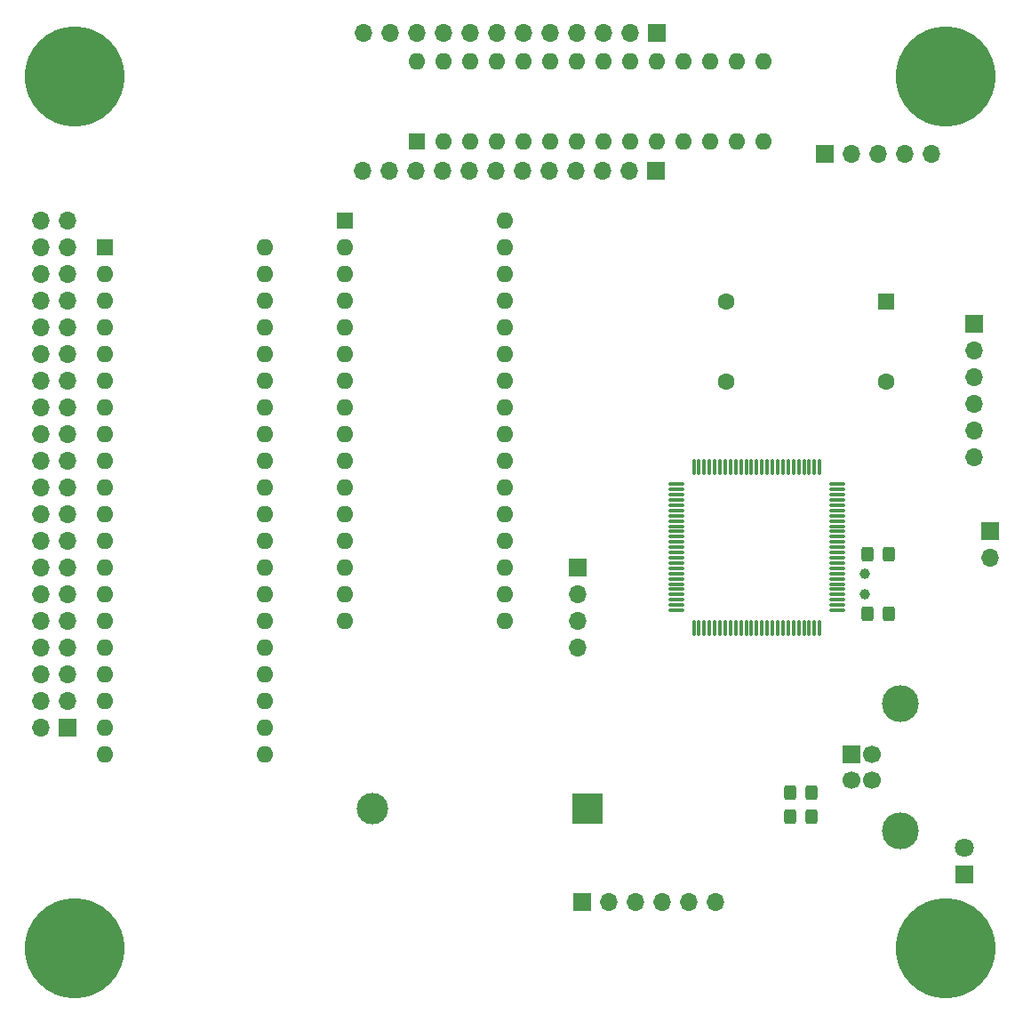
<source format=gts>
G04 #@! TF.GenerationSoftware,KiCad,Pcbnew,(6.0.1)*
G04 #@! TF.CreationDate,2022-09-07T07:49:48-04:00*
G04 #@! TF.ProjectId,Z80_CPU,5a38305f-4350-4552-9e6b-696361645f70,1*
G04 #@! TF.SameCoordinates,Original*
G04 #@! TF.FileFunction,Soldermask,Top*
G04 #@! TF.FilePolarity,Negative*
%FSLAX46Y46*%
G04 Gerber Fmt 4.6, Leading zero omitted, Abs format (unit mm)*
G04 Created by KiCad (PCBNEW (6.0.1)) date 2022-09-07 07:49:48*
%MOMM*%
%LPD*%
G01*
G04 APERTURE LIST*
G04 Aperture macros list*
%AMRoundRect*
0 Rectangle with rounded corners*
0 $1 Rounding radius*
0 $2 $3 $4 $5 $6 $7 $8 $9 X,Y pos of 4 corners*
0 Add a 4 corners polygon primitive as box body*
4,1,4,$2,$3,$4,$5,$6,$7,$8,$9,$2,$3,0*
0 Add four circle primitives for the rounded corners*
1,1,$1+$1,$2,$3*
1,1,$1+$1,$4,$5*
1,1,$1+$1,$6,$7*
1,1,$1+$1,$8,$9*
0 Add four rect primitives between the rounded corners*
20,1,$1+$1,$2,$3,$4,$5,0*
20,1,$1+$1,$4,$5,$6,$7,0*
20,1,$1+$1,$6,$7,$8,$9,0*
20,1,$1+$1,$8,$9,$2,$3,0*%
G04 Aperture macros list end*
%ADD10R,1.700000X1.700000*%
%ADD11O,1.700000X1.700000*%
%ADD12R,1.600000X1.600000*%
%ADD13O,1.600000X1.600000*%
%ADD14C,9.525000*%
%ADD15RoundRect,0.250000X0.325000X0.450000X-0.325000X0.450000X-0.325000X-0.450000X0.325000X-0.450000X0*%
%ADD16R,1.800000X1.800000*%
%ADD17C,1.800000*%
%ADD18C,1.700000*%
%ADD19C,3.500000*%
%ADD20RoundRect,0.075000X-0.662500X-0.075000X0.662500X-0.075000X0.662500X0.075000X-0.662500X0.075000X0*%
%ADD21RoundRect,0.075000X-0.075000X-0.662500X0.075000X-0.662500X0.075000X0.662500X-0.075000X0.662500X0*%
%ADD22C,1.600000*%
%ADD23C,1.000000*%
%ADD24R,3.000000X3.000000*%
%ADD25C,3.000000*%
G04 APERTURE END LIST*
D10*
X91681300Y-29552900D03*
D11*
X91681300Y-32092900D03*
X91681300Y-34632900D03*
X91681300Y-37172900D03*
X91681300Y-39712900D03*
X91681300Y-42252900D03*
D12*
X31750000Y-19685000D03*
D13*
X31750000Y-22225000D03*
X31750000Y-24765000D03*
X31750000Y-27305000D03*
X31750000Y-29845000D03*
X31750000Y-32385000D03*
X31750000Y-34925000D03*
X31750000Y-37465000D03*
X31750000Y-40005000D03*
X31750000Y-42545000D03*
X31750000Y-45085000D03*
X31750000Y-47625000D03*
X31750000Y-50165000D03*
X31750000Y-52705000D03*
X31750000Y-55245000D03*
X31750000Y-57785000D03*
X46990000Y-57785000D03*
X46990000Y-55245000D03*
X46990000Y-52705000D03*
X46990000Y-50165000D03*
X46990000Y-47625000D03*
X46990000Y-45085000D03*
X46990000Y-42545000D03*
X46990000Y-40005000D03*
X46990000Y-37465000D03*
X46990000Y-34925000D03*
X46990000Y-32385000D03*
X46990000Y-29845000D03*
X46990000Y-27305000D03*
X46990000Y-24765000D03*
X46990000Y-22225000D03*
X46990000Y-19685000D03*
D14*
X6000000Y-6000000D03*
X89000000Y-6000000D03*
X6000000Y-89000000D03*
X89000000Y-89000000D03*
D12*
X38608000Y-12192000D03*
D13*
X41148000Y-12192000D03*
X43688000Y-12192000D03*
X46228000Y-12192000D03*
X48768000Y-12192000D03*
X51308000Y-12192000D03*
X53848000Y-12192000D03*
X56388000Y-12192000D03*
X58928000Y-12192000D03*
X61468000Y-12192000D03*
X64008000Y-12192000D03*
X66548000Y-12192000D03*
X69088000Y-12192000D03*
X71628000Y-12192000D03*
X71628000Y-4572000D03*
X69088000Y-4572000D03*
X66548000Y-4572000D03*
X64008000Y-4572000D03*
X61468000Y-4572000D03*
X58928000Y-4572000D03*
X56388000Y-4572000D03*
X53848000Y-4572000D03*
X51308000Y-4572000D03*
X48768000Y-4572000D03*
X46228000Y-4572000D03*
X43688000Y-4572000D03*
X41148000Y-4572000D03*
X38608000Y-4572000D03*
D10*
X77470000Y-13335000D03*
D11*
X80010000Y-13335000D03*
X82550000Y-13335000D03*
X85090000Y-13335000D03*
X87630000Y-13335000D03*
D10*
X61407040Y-14930120D03*
D11*
X58867040Y-14930120D03*
X56327040Y-14930120D03*
X53787040Y-14930120D03*
X51247040Y-14930120D03*
X48707040Y-14930120D03*
X46167040Y-14930120D03*
X43627040Y-14930120D03*
X41087040Y-14930120D03*
X38547040Y-14930120D03*
X36007040Y-14930120D03*
X33467040Y-14930120D03*
D10*
X61450220Y-1831340D03*
D11*
X58910220Y-1831340D03*
X56370220Y-1831340D03*
X53830220Y-1831340D03*
X51290220Y-1831340D03*
X48750220Y-1831340D03*
X46210220Y-1831340D03*
X43670220Y-1831340D03*
X41130220Y-1831340D03*
X38590220Y-1831340D03*
X36050220Y-1831340D03*
X33510220Y-1831340D03*
D10*
X93218000Y-49276000D03*
D11*
X93218000Y-51816000D03*
D15*
X83575000Y-51435000D03*
X81525000Y-51435000D03*
X83575000Y-57150000D03*
X81525000Y-57150000D03*
D16*
X90805000Y-81915000D03*
D17*
X90805000Y-79375000D03*
D10*
X53975000Y-52705000D03*
D11*
X53975000Y-55245000D03*
X53975000Y-57785000D03*
X53975000Y-60325000D03*
D10*
X80000000Y-70485000D03*
D18*
X80000000Y-72985000D03*
X82000000Y-72985000D03*
X82000000Y-70485000D03*
D19*
X84710000Y-77755000D03*
X84710000Y-65715000D03*
D15*
X76209000Y-74168000D03*
X74159000Y-74168000D03*
X76209000Y-76454000D03*
X74159000Y-76454000D03*
D12*
X8890000Y-22225000D03*
D13*
X8890000Y-24765000D03*
X8890000Y-27305000D03*
X8890000Y-29845000D03*
X8890000Y-32385000D03*
X8890000Y-34925000D03*
X8890000Y-37465000D03*
X8890000Y-40005000D03*
X8890000Y-42545000D03*
X8890000Y-45085000D03*
X8890000Y-47625000D03*
X8890000Y-50165000D03*
X8890000Y-52705000D03*
X8890000Y-55245000D03*
X8890000Y-57785000D03*
X8890000Y-60325000D03*
X8890000Y-62865000D03*
X8890000Y-65405000D03*
X8890000Y-67945000D03*
X8890000Y-70485000D03*
X24130000Y-70485000D03*
X24130000Y-67945000D03*
X24130000Y-65405000D03*
X24130000Y-62865000D03*
X24130000Y-60325000D03*
X24130000Y-57785000D03*
X24130000Y-55245000D03*
X24130000Y-52705000D03*
X24130000Y-50165000D03*
X24130000Y-47625000D03*
X24130000Y-45085000D03*
X24130000Y-42545000D03*
X24130000Y-40005000D03*
X24130000Y-37465000D03*
X24130000Y-34925000D03*
X24130000Y-32385000D03*
X24130000Y-29845000D03*
X24130000Y-27305000D03*
X24130000Y-24765000D03*
X24130000Y-22225000D03*
D20*
X63337500Y-44800000D03*
X63337500Y-45300000D03*
X63337500Y-45800000D03*
X63337500Y-46300000D03*
X63337500Y-46800000D03*
X63337500Y-47300000D03*
X63337500Y-47800000D03*
X63337500Y-48300000D03*
X63337500Y-48800000D03*
X63337500Y-49300000D03*
X63337500Y-49800000D03*
X63337500Y-50300000D03*
X63337500Y-50800000D03*
X63337500Y-51300000D03*
X63337500Y-51800000D03*
X63337500Y-52300000D03*
X63337500Y-52800000D03*
X63337500Y-53300000D03*
X63337500Y-53800000D03*
X63337500Y-54300000D03*
X63337500Y-54800000D03*
X63337500Y-55300000D03*
X63337500Y-55800000D03*
X63337500Y-56300000D03*
X63337500Y-56800000D03*
D21*
X65000000Y-58462500D03*
X65500000Y-58462500D03*
X66000000Y-58462500D03*
X66500000Y-58462500D03*
X67000000Y-58462500D03*
X67500000Y-58462500D03*
X68000000Y-58462500D03*
X68500000Y-58462500D03*
X69000000Y-58462500D03*
X69500000Y-58462500D03*
X70000000Y-58462500D03*
X70500000Y-58462500D03*
X71000000Y-58462500D03*
X71500000Y-58462500D03*
X72000000Y-58462500D03*
X72500000Y-58462500D03*
X73000000Y-58462500D03*
X73500000Y-58462500D03*
X74000000Y-58462500D03*
X74500000Y-58462500D03*
X75000000Y-58462500D03*
X75500000Y-58462500D03*
X76000000Y-58462500D03*
X76500000Y-58462500D03*
X77000000Y-58462500D03*
D20*
X78662500Y-56800000D03*
X78662500Y-56300000D03*
X78662500Y-55800000D03*
X78662500Y-55300000D03*
X78662500Y-54800000D03*
X78662500Y-54300000D03*
X78662500Y-53800000D03*
X78662500Y-53300000D03*
X78662500Y-52800000D03*
X78662500Y-52300000D03*
X78662500Y-51800000D03*
X78662500Y-51300000D03*
X78662500Y-50800000D03*
X78662500Y-50300000D03*
X78662500Y-49800000D03*
X78662500Y-49300000D03*
X78662500Y-48800000D03*
X78662500Y-48300000D03*
X78662500Y-47800000D03*
X78662500Y-47300000D03*
X78662500Y-46800000D03*
X78662500Y-46300000D03*
X78662500Y-45800000D03*
X78662500Y-45300000D03*
X78662500Y-44800000D03*
D21*
X77000000Y-43137500D03*
X76500000Y-43137500D03*
X76000000Y-43137500D03*
X75500000Y-43137500D03*
X75000000Y-43137500D03*
X74500000Y-43137500D03*
X74000000Y-43137500D03*
X73500000Y-43137500D03*
X73000000Y-43137500D03*
X72500000Y-43137500D03*
X72000000Y-43137500D03*
X71500000Y-43137500D03*
X71000000Y-43137500D03*
X70500000Y-43137500D03*
X70000000Y-43137500D03*
X69500000Y-43137500D03*
X69000000Y-43137500D03*
X68500000Y-43137500D03*
X68000000Y-43137500D03*
X67500000Y-43137500D03*
X67000000Y-43137500D03*
X66500000Y-43137500D03*
X66000000Y-43137500D03*
X65500000Y-43137500D03*
X65000000Y-43137500D03*
D12*
X83312000Y-27432000D03*
D22*
X68072000Y-27432000D03*
X68072000Y-35052000D03*
X83312000Y-35052000D03*
D23*
X81280000Y-55245000D03*
X81280000Y-53345000D03*
D24*
X54864000Y-75692000D03*
D25*
X34374000Y-75692000D03*
D10*
X5334000Y-67945000D03*
D11*
X2794000Y-67945000D03*
X5334000Y-65405000D03*
X2794000Y-65405000D03*
X5334000Y-62865000D03*
X2794000Y-62865000D03*
X5334000Y-60325000D03*
X2794000Y-60325000D03*
X5334000Y-57785000D03*
X2794000Y-57785000D03*
X5334000Y-55245000D03*
X2794000Y-55245000D03*
X5334000Y-52705000D03*
X2794000Y-52705000D03*
X5334000Y-50165000D03*
X2794000Y-50165000D03*
X5334000Y-47625000D03*
X2794000Y-47625000D03*
X5334000Y-45085000D03*
X2794000Y-45085000D03*
X5334000Y-42545000D03*
X2794000Y-42545000D03*
X5334000Y-40005000D03*
X2794000Y-40005000D03*
X5334000Y-37465000D03*
X2794000Y-37465000D03*
X5334000Y-34925000D03*
X2794000Y-34925000D03*
X5334000Y-32385000D03*
X2794000Y-32385000D03*
X5334000Y-29845000D03*
X2794000Y-29845000D03*
X5334000Y-27305000D03*
X2794000Y-27305000D03*
X5334000Y-24765000D03*
X2794000Y-24765000D03*
X5334000Y-22225000D03*
X2794000Y-22225000D03*
X5334000Y-19685000D03*
X2794000Y-19685000D03*
D10*
X54356000Y-84582000D03*
D11*
X56896000Y-84582000D03*
X59436000Y-84582000D03*
X61976000Y-84582000D03*
X64516000Y-84582000D03*
X67056000Y-84582000D03*
M02*

</source>
